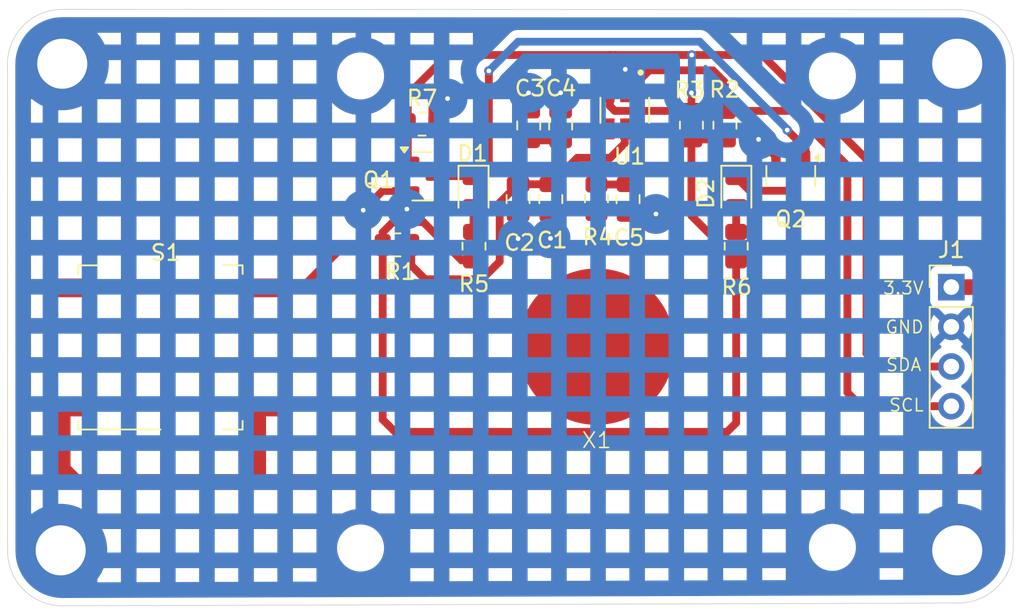
<source format=kicad_pcb>
(kicad_pcb (version 20241229) (generator "pcbnew") (generator_version "9.0")
  (layers (0 "F.Cu" signal) (2 "B.Cu" signal) (13 "F.Paste" user) (15 "B.Paste" user) (5 "F.SilkS" user "F.Silkscreen") (7 "B.SilkS" user "B.Silkscreen") (1 "F.Mask" user) (3 "B.Mask" user) (25 "Edge.Cuts" user))
  (net 0 "")
  (net 1 "Net-(U1-VDDHI)")
  (net 2 "GND")
  (net 3 "Net-(U1-VREG)")
  (net 4 "Net-(U1-CX)")
  (net 5 "Net-(D1-K)")
  (net 6 "Net-(D1-A)")
  (net 7 "Net-(D2-A)")
  (net 8 "Net-(D2-K)")
  (net 9 "+3.3V")
  (net 10 "/SCL")
  (net 11 "/SDA-EVENT")
  (net 12 "/VDDHI")
  (net 13 "Net-(R4-Pad2)")
  (footprint "Capacitor_SMD:C_0805_2012Metric" (layer "F.Cu") (at 162 97.72 -90)
    (property "Reference" "C1" (at 2.63 -0.09 180) (layer "F.SilkS"))
    (property "Value" "1u0_10V" (hide yes))
    (fp_line (start -0.261252 0.735) (end 0.261252 0.735) (stroke (width 0.12)) (layer "F.SilkS"))
    (fp_line (start -0.261252 -0.735) (end 0.261252 -0.735) (stroke (width 0.12)) (layer "F.SilkS"))
    (pad "1" smd roundrect (at -0.95 0 270) (size 1 1.45) (layers "F.Cu" "F.Mask" "F.Paste") (net 1 "Net-(U1-VDDHI)"))
    (pad "2" smd roundrect (at 0.95 0 270) (size 1 1.45) (layers "F.Cu" "F.Mask" "F.Paste") (net 2 "GND"))
  )
  (footprint "Resistor_SMD:R_0805_2012Metric" (layer "F.Cu") (at 153.77 92.92)
    (property "Reference" "R7" (at 0 -1.65 0) (layer "F.SilkS"))
    (property "Value" "1M0" (hide yes))
    (fp_line (start -0.227064 -0.735) (end 0.227064 -0.735) (stroke (width 0.12)) (layer "F.SilkS"))
    (fp_line (start -0.227064 0.735) (end 0.227064 0.735) (stroke (width 0.12)) (layer "F.SilkS"))
    (pad "1" smd roundrect (at -0.9125 0) (size 1.025 1.4) (layers "F.Cu" "F.Mask" "F.Paste") (roundrect_rratio 0.243902) (net 11 "/SDA-EVENT"))
    (pad "2" smd roundrect (at 0.9125 0) (size 1.025 1.4) (layers "F.Cu" "F.Mask" "F.Paste") (roundrect_rratio 0.243902) (net 2 "GND"))
  )
  (footprint "Connector_PinHeader_2.54mm:PinHeader_1x04_P2.54mm_Vertical" (layer "F.Cu") (at 187.6 103.35)
    (property "Reference" "J1" (at 0 -2.38 0) (layer "F.SilkS"))
    (property "Value" "Conn_01x04_Pin" (hide yes))
    (fp_line (start -1.38 -1.38) (end 0 -1.38) (stroke (width 0.12)) (layer "F.SilkS"))
    (fp_line (start -1.38 0) (end -1.38 -1.38) (stroke (width 0.12)) (layer "F.SilkS"))
    (fp_line (start -1.38 1.27) (end -1.38 9) (stroke (width 0.12)) (layer "F.SilkS"))
    (fp_line (start -1.38 1.27) (end 1.38 1.27) (stroke (width 0.12)) (layer "F.SilkS"))
    (fp_line (start -1.38 9) (end 1.38 9) (stroke (width 0.12)) (layer "F.SilkS"))
    (fp_line (start 1.38 1.27) (end 1.38 9) (stroke (width 0.12)) (layer "F.SilkS"))
    (pad "1" thru_hole rect (at 0 0) (size 1.7 1.7) (drill 1) (layers "*.Cu" "*.Mask") (net 9 "+3.3V"))
    (pad "2" thru_hole circle (at 0 2.54) (size 1.7 1.7) (drill 1) (layers "*.Cu" "*.Mask") (net 2 "GND"))
    (pad "3" thru_hole circle (at 0 5.08) (size 1.7 1.7) (drill 1) (layers "*.Cu" "*.Mask") (net 11 "/SDA-EVENT"))
    (pad "4" thru_hole circle (at 0 7.62) (size 1.7 1.7) (drill 1) (layers "*.Cu" "*.Mask") (net 10 "/SCL"))
  )
  (footprint "LED_SMD:LED_0805_2012Metric" (layer "F.Cu") (at 173.86 97.27 -90)
    (property "Reference" "D2" (at 0.0975 1.94 90) (layer "F.SilkS"))
    (property "Value" "0805_LED_RED" (hide yes))
    (fp_line (start -1.685 0.96) (end 1 0.96) (stroke (width 0.12)) (layer "F.SilkS"))
    (fp_line (start -1.685 -0.96) (end -1.685 0.96) (stroke (width 0.12)) (layer "F.SilkS"))
    (fp_line (start 1 -0.96) (end -1.685 -0.96) (stroke (width 0.12)) (layer "F.SilkS"))
    (pad "1" smd roundrect (at -0.9375 0 270) (size 0.975 1.4) (layers "F.Cu" "F.Mask" "F.Paste") (net 8 "Net-(D2-K)"))
    (pad "2" smd roundrect (at 0.9375 0 270) (size 0.975 1.4) (layers "F.Cu" "F.Mask" "F.Paste") (net 7 "Net-(D2-A)"))
  )
  (footprint "Package_TO_SOT_SMD:SOT-23" (layer "F.Cu") (at 177.34 96.2475 -90)
    (property "Reference" "Q2" (at 2.7525 0 180) (layer "F.SilkS"))
    (property "Value" "2N7002H" (hide yes))
    (fp_line (start 0 1.56) (end -0.65 1.56) (stroke (width 0.12)) (layer "F.SilkS"))
    (fp_line (start 0 1.56) (end 0.65 1.56) (stroke (width 0.12)) (layer "F.SilkS"))
    (fp_line (start 0 -1.56) (end -0.65 -1.56) (stroke (width 0.12)) (layer "F.SilkS"))
    (fp_line (start 0 -1.56) (end 0.65 -1.56) (stroke (width 0.12)) (layer "F.SilkS"))
    (fp_poly (pts (xy -1.1625 -1.51) (xy -1.4025 -1.84) (xy -0.9225 -1.84)) (stroke (width 0.12)) (fill yes) (layer "F.SilkS"))
    (pad "1" smd roundrect (at -0.9375 -0.95 270) (size 1.475 0.6) (layers "F.Cu" "F.Mask" "F.Paste") (net 5 "Net-(D1-K)"))
    (pad "2" smd roundrect (at -0.9375 0.95 270) (size 1.475 0.6) (layers "F.Cu" "F.Mask" "F.Paste") (net 2 "GND"))
    (pad "3" smd roundrect (at 0.9375 0 270) (size 1.475 0.6) (layers "F.Cu" "F.Mask" "F.Paste") (net 8 "Net-(D2-K)"))
  )
  (footprint "MountingHole:MountingHole_2.5mm" (layer "F.Cu") (at 180 120)
    (property "Reference" "H4" (hide yes))
    (property "Value" "M2.5" (hide yes))
    (pad "" np_thru_hole circle (at 0 0) (size 2.5 2.5) (drill 2.5) (layers "*.Cu" "*.Mask"))
  )
  (footprint "MountingHole:MountingHole_2.5mm" (layer "F.Cu") (at 180 89.84)
    (property "Reference" "H3" (hide yes))
    (property "Value" "M2.5" (hide yes))
    (pad "" np_thru_hole circle (at 0 0) (size 2.5 2.5) (drill 2.5) (layers "*.Cu" "*.Mask"))
  )
  (footprint "Resistor_SMD:R_0805_2012Metric" (layer "F.Cu") (at 173.13 92.99 90)
    (property "Reference" "R2" (at 2.28 -0.02 180) (layer "F.SilkS"))
    (property "Value" "3K3" (hide yes))
    (fp_line (start -0.227064 -0.735) (end 0.227064 -0.735) (stroke (width 0.12)) (layer "F.SilkS"))
    (fp_line (start -0.227064 0.735) (end 0.227064 0.735) (stroke (width 0.12)) (layer "F.SilkS"))
    (pad "1" smd roundrect (at -0.9125 0 90) (size 1.025 1.4) (layers "F.Cu" "F.Mask" "F.Paste") (roundrect_rratio 0.243902) (net 12 "/VDDHI"))
    (pad "2" smd roundrect (at 0.9125 0 90) (size 1.025 1.4) (layers "F.Cu" "F.Mask" "F.Paste") (roundrect_rratio 0.243902) (net 10 "/SCL"))
  )
  (footprint "Resistor_SMD:R_0805_2012Metric" (layer "F.Cu") (at 170.99 92.99 90)
    (property "Reference" "R3" (at 2.2375 -0.11 180) (layer "F.SilkS"))
    (property "Value" "3K3" (hide yes))
    (fp_line (start -0.227064 -0.735) (end 0.227064 -0.735) (stroke (width 0.12)) (layer "F.SilkS"))
    (fp_line (start -0.227064 0.735) (end 0.227064 0.735) (stroke (width 0.12)) (layer "F.SilkS"))
    (pad "1" smd roundrect (at -0.9125 0 90) (size 1.025 1.4) (layers "F.Cu" "F.Mask" "F.Paste") (roundrect_rratio 0.243902) (net 12 "/VDDHI"))
    (pad "2" smd roundrect (at 0.9125 0 90) (size 1.025 1.4) (layers "F.Cu" "F.Mask" "F.Paste") (roundrect_rratio 0.243902) (net 11 "/SDA-EVENT"))
  )
  (footprint "Button_Switch_SMD:SW_MEC_5GSH9" (layer "F.Cu") (at 137.05 107.21 90)
    (property "Reference" "S1" (at 6.06 0.34 180) (layer "F.SilkS"))
    (property "Value" "TL1100A" (hide yes))
    (fp_line (start 5.25 -5.25) (end 5.25 -4) (stroke (width 0.12)) (layer "F.SilkS"))
    (fp_line (start 4.7 -5.25) (end 5.25 -5.25) (stroke (width 0.12)) (layer "F.SilkS"))
    (fp_line (start -4.7 -5.25) (end -5.25 -5.25) (stroke (width 0.12)) (layer "F.SilkS"))
    (fp_line (start -5.25 -5.25) (end -5.25 0) (stroke (width 0.12)) (layer "F.SilkS"))
    (fp_line (start 5.25 5.25) (end 5.25 4) (stroke (width 0.12)) (layer "F.SilkS"))
    (fp_line (start 4.7 5.25) (end 5.25 5.25) (stroke (width 0.12)) (layer "F.SilkS"))
    (fp_line (start -4.7 5.25) (end -5.25 5.25) (stroke (width 0.12)) (layer "F.SilkS"))
    (fp_line (start -5.25 5.25) (end -5.25 4) (stroke (width 0.12)) (layer "F.SilkS"))
    (pad "1" smd rect (at -3.81 -6.25 180) (size 2.5 1.2) (layers "F.Cu" "F.Mask" "F.Paste") (net 9 "+3.3V"))
    (pad "2" smd rect (at -3.81 6.25 180) (size 2.5 1.2) (layers "F.Cu" "F.Mask" "F.Paste") (net 9 "+3.3V"))
    (pad "3" smd rect (at 3.81 -6.25 180) (size 2.5 1.2) (layers "F.Cu" "F.Mask" "F.Paste") (net 12 "/VDDHI"))
    (pad "4" smd rect (at 3.81 6.25 180) (size 2.5 1.2) (layers "F.Cu" "F.Mask" "F.Paste") (net 12 "/VDDHI"))
  )
  (footprint "IQS211B_Library:SOT95P280X100-6N" (layer "F.Cu") (at 166.7305 92.04 -90)
    (property "Reference" "U1" (at 2.95 -0.2995 180) (layer "F.SilkS"))
    (property "Value" "IQS211B" (hide yes))
    (fp_line (start -0.8 1.5585) (end 0.8 1.5585) (stroke (width 0.127)) (layer "F.SilkS"))
    (fp_line (start 0.8 -1.5585) (end -0.8 -1.5585) (stroke (width 0.127)) (layer "F.SilkS"))
    (fp_circle (center -2.416 -1.011) (end -2.316 -1.011) (stroke (width 0.2)) (fill no) (layer "F.SilkS"))
    (pad "1" smd rect (at -1.19 -0.95 270) (size 1.34 0.59) (layers "F.Cu" "F.Mask" "F.Paste") (net 10 "/SCL"))
    (pad "2" smd rect (at -1.19 0 270) (size 1.34 0.59) (layers "F.Cu" "F.Mask" "F.Paste") (net 2 "GND"))
    (pad "3" smd rect (at -1.19 0.95 270) (size 1.34 0.59) (layers "F.Cu" "F.Mask" "F.Paste") (net 11 "/SDA-EVENT"))
    (pad "4" smd rect (at 1.19 0.95 270) (size 1.34 0.59) (layers "F.Cu" "F.Mask" "F.Paste") (net 3 "Net-(U1-VREG)"))
    (pad "5" smd rect (at 1.19 0 270) (size 1.34 0.59) (layers "F.Cu" "F.Mask" "F.Paste") (net 1 "Net-(U1-VDDHI)"))
    (pad "6" smd rect (at 1.19 -0.95 270) (size 1.34 0.59) (layers "F.Cu" "F.Mask" "F.Paste") (net 4 "Net-(U1-CX)"))
  )
  (footprint "Capacitor_SMD:C_0805_2012Metric" (layer "F.Cu") (at 166.94 97.72 -90)
    (property "Reference" "C5" (at 2.47 -0.05 180) (layer "F.SilkS"))
    (property "Value" "10p_25V" (hide yes))
    (fp_line (start -0.261252 0.735) (end 0.261252 0.735) (stroke (width 0.12)) (layer "F.SilkS"))
    (fp_line (start -0.261252 -0.735) (end 0.261252 -0.735) (stroke (width 0.12)) (layer "F.SilkS"))
    (pad "1" smd roundrect (at -0.95 0 270) (size 1 1.45) (layers "F.Cu" "F.Mask" "F.Paste") (net 4 "Net-(U1-CX)"))
    (pad "2" smd roundrect (at 0.95 0 270) (size 1 1.45) (layers "F.Cu" "F.Mask" "F.Paste") (net 2 "GND"))
  )
  (footprint "LED_SMD:LED_0805_2012Metric" (layer "F.Cu") (at 157.06 97.27 -90)
    (property "Reference" "D1" (at -2.47 0.06 180) (layer "F.SilkS"))
    (property "Value" "0805_LED_GREEN" (hide yes))
    (fp_line (start -1.685 0.96) (end 1 0.96) (stroke (width 0.12)) (layer "F.SilkS"))
    (fp_line (start -1.685 -0.96) (end -1.685 0.96) (stroke (width 0.12)) (layer "F.SilkS"))
    (fp_line (start 1 -0.96) (end -1.685 -0.96) (stroke (width 0.12)) (layer "F.SilkS"))
    (pad "1" smd roundrect (at -0.9375 0 270) (size 0.975 1.4) (layers "F.Cu" "F.Mask" "F.Paste") (net 5 "Net-(D1-K)"))
    (pad "2" smd roundrect (at 0.9375 0 270) (size 0.975 1.4) (layers "F.Cu" "F.Mask" "F.Paste") (net 6 "Net-(D1-A)"))
  )
  (footprint "Resistor_SMD:R_0805_2012Metric" (layer "F.Cu") (at 164.92 97.7 -90)
    (property "Reference" "R4" (at 2.45 -0.08 180) (layer "F.SilkS"))
    (property "Value" "470R" (hide yes))
    (fp_line (start -0.227064 0.735) (end 0.227064 0.735) (stroke (width 0.12)) (layer "F.SilkS"))
    (fp_line (start -0.227064 -0.735) (end 0.227064 -0.735) (stroke (width 0.12)) (layer "F.SilkS"))
    (pad "1" smd roundrect (at -0.9125 0 270) (size 1.025 1.4) (layers "F.Cu" "F.Mask" "F.Paste") (roundrect_rratio 0.243902) (net 4 "Net-(U1-CX)"))
    (pad "2" smd roundrect (at 0.9125 0 270) (size 1.025 1.4) (layers "F.Cu" "F.Mask" "F.Paste") (roundrect_rratio 0.243902) (net 13 "Net-(R4-Pad2)"))
  )
  (footprint "MountingHole:MountingHole_2.5mm" (layer "F.Cu") (at 149.84 120.04)
    (property "Reference" "H2" (hide yes))
    (property "Value" "M2.5" (hide yes))
    (pad "" np_thru_hole circle (at 0 0) (size 2.5 2.5) (drill 2.5) (layers "*.Cu" "*.Mask"))
  )
  (footprint "Capacitor_SMD:C_0805_2012Metric" (layer "F.Cu") (at 159.91 97.72 -90)
    (property "Reference" "C2" (at 2.79 -0.09 180) (layer "F.SilkS"))
    (property "Value" "100p_50V_OOG" (hide yes))
    (fp_line (start -0.261252 0.735) (end 0.261252 0.735) (stroke (width 0.12)) (layer "F.SilkS"))
    (fp_line (start -0.261252 -0.735) (end 0.261252 -0.735) (stroke (width 0.12)) (layer "F.SilkS"))
    (pad "1" smd roundrect (at -0.95 0 270) (size 1 1.45) (layers "F.Cu" "F.Mask" "F.Paste") (net 1 "Net-(U1-VDDHI)"))
    (pad "2" smd roundrect (at 0.95 0 270) (size 1 1.45) (layers "F.Cu" "F.Mask" "F.Paste") (net 2 "GND"))
  )
  (footprint "Capacitor_SMD:C_0805_2012Metric" (layer "F.Cu") (at 160.59 93.01 90)
    (property "Reference" "C3" (at 2.38 0.08 180) (layer "F.SilkS"))
    (property "Value" "1u0_10V" (hide yes))
    (fp_line (start -0.261252 -0.735) (end 0.261252 -0.735) (stroke (width 0.12)) (layer "F.SilkS"))
    (fp_line (start -0.261252 0.735) (end 0.261252 0.735) (stroke (width 0.12)) (layer "F.SilkS"))
    (pad "1" smd roundrect (at -0.95 0 90) (size 1 1.45) (layers "F.Cu" "F.Mask" "F.Paste") (net 3 "Net-(U1-VREG)"))
    (pad "2" smd roundrect (at 0.95 0 90) (size 1 1.45) (layers "F.Cu" "F.Mask" "F.Paste") (net 2 "GND"))
  )
  (footprint "MountingHole:MountingHole_3.2mm_M3_ISO7380_Pad" (layer "F.Cu") (at 187.98 89.06)
    (property "Reference" "H7" (hide yes))
    (property "Value" "M3.2Pad" (hide yes))
    (pad "1" thru_hole circle (at 0 0) (size 5.7 5.7) (drill 3.2) (layers "*.Cu" "*.Mask") (net 2 "GND"))
  )
  (footprint "Resistor_SMD:R_0805_2012Metric" (layer "F.Cu") (at 157.09 100.73 90)
    (property "Reference" "R5" (at -2.42 0 180) (layer "F.SilkS"))
    (property "Value" "1k" (hide yes))
    (fp_line (start -0.227064 -0.735) (end 0.227064 -0.735) (stroke (width 0.12)) (layer "F.SilkS"))
    (fp_line (start -0.227064 0.735) (end 0.227064 0.735) (stroke (width 0.12)) (layer "F.SilkS"))
    (pad "1" smd roundrect (at -0.9125 0 90) (size 1.025 1.4) (layers "F.Cu" "F.Mask" "F.Paste") (roundrect_rratio 0.243902) (net 12 "/VDDHI"))
    (pad "2" smd roundrect (at 0.9125 0 90) (size 1.025 1.4) (layers "F.Cu" "F.Mask" "F.Paste") (roundrect_rratio 0.243902) (net 6 "Net-(D1-A)"))
  )
  (footprint "Resistor_SMD:R_0805_2012Metric" (layer "F.Cu") (at 152.1675 100.65)
    (property "Reference" "R1" (at 0.2225 1.72 0) (layer "F.SilkS"))
    (property "Value" "47R" (hide yes))
    (fp_line (start -0.227064 -0.735) (end 0.227064 -0.735) (stroke (width 0.12)) (layer "F.SilkS"))
    (fp_line (start -0.227064 0.735) (end 0.227064 0.735) (stroke (width 0.12)) (layer "F.SilkS"))
    (pad "1" smd roundrect (at -0.9125 0) (size 1.025 1.4) (layers "F.Cu" "F.Mask" "F.Paste") (roundrect_rratio 0.243902) (net 12 "/VDDHI"))
    (pad "2" smd roundrect (at 0.9125 0) (size 1.025 1.4) (layers "F.Cu" "F.Mask" "F.Paste") (roundrect_rratio 0.243902) (net 1 "Net-(U1-VDDHI)"))
  )
  (footprint "Package_TO_SOT_SMD:SOT-23" (layer "F.Cu") (at 153.8 96.25)
    (property "Reference" "Q1" (at -2.8025 0.25 0) (layer "F.SilkS"))
    (property "Value" "2N7002E" (hide yes))
    (fp_line (start 0 -1.56) (end -0.65 -1.56) (stroke (width 0.12)) (layer "F.SilkS"))
    (fp_line (start 0 -1.56) (end 0.65 -1.56) (stroke (width 0.12)) (layer "F.SilkS"))
    (fp_line (start 0 1.56) (end -0.65 1.56) (stroke (width 0.12)) (layer "F.SilkS"))
    (fp_line (start 0 1.56) (end 0.65 1.56) (stroke (width 0.12)) (layer "F.SilkS"))
    (fp_poly (pts (xy -1.1625 -1.51) (xy -1.4025 -1.84) (xy -0.9225 -1.84)) (stroke (width 0.12)) (fill yes) (layer "F.SilkS"))
    (pad "1" smd roundrect (at -0.9375 -0.95) (size 1.475 0.6) (layers "F.Cu" "F.Mask" "F.Paste") (net 11 "/SDA-EVENT"))
    (pad "2" smd roundrect (at -0.9375 0.95) (size 1.475 0.6) (layers "F.Cu" "F.Mask" "F.Paste") (net 2 "GND"))
    (pad "3" smd roundrect (at 0.9375 0) (size 1.475 0.6) (layers "F.Cu" "F.Mask" "F.Paste") (net 5 "Net-(D1-K)"))
  )
  (footprint "MountingHole:MountingHole_2.5mm" (layer "F.Cu") (at 149.84 89.84)
    (property "Reference" "H1" (hide yes))
    (property "Value" "M2.5" (hide yes))
    (pad "" np_thru_hole circle (at 0 0) (size 2.5 2.5) (drill 2.5) (layers "*.Cu" "*.Mask"))
  )
  (footprint "Capacitor_SMD:C_0805_2012Metric" (layer "F.Cu") (at 162.63 93.01 90)
    (property "Reference" "C4" (at 2.38 0.03 180) (layer "F.SilkS"))
    (property "Value" "100p_50V_OOG" (hide yes))
    (fp_line (start -0.261252 -0.735) (end 0.261252 -0.735) (stroke (width 0.12)) (layer "F.SilkS"))
    (fp_line (start -0.261252 0.735) (end 0.261252 0.735) (stroke (width 0.12)) (layer "F.SilkS"))
    (pad "1" smd roundrect (at -0.95 0 90) (size 1 1.45) (layers "F.Cu" "F.Mask" "F.Paste") (net 3 "Net-(U1-VREG)"))
    (pad "2" smd roundrect (at 0.95 0 90) (size 1 1.45) (layers "F.Cu" "F.Mask" "F.Paste") (net 2 "GND"))
  )
  (footprint "MountingHole:MountingHole_3.2mm_M3_ISO7380_Pad" (layer "F.Cu") (at 187.98 120.19)
    (property "Reference" "H8" (hide yes))
    (property "Value" "M3.2Pad" (hide yes))
    (pad "1" thru_hole circle (at 0 0) (size 5.7 5.7) (drill 3.2) (layers "*.Cu" "*.Mask") (net 2 "GND"))
  )
  (footprint "MountingHole:MountingHole_3.2mm_M3_ISO7380_Pad" (layer "F.Cu") (at 130.77 89.06)
    (property "Reference" "H5" (hide yes))
    (property "Value" "M3.2Pad" (hide yes))
    (pad "1" thru_hole circle (at 0 0) (size 5.7 5.7) (drill 3.2) (layers "*.Cu" "*.Mask") (net 2 "GND"))
  )
  (footprint "Touch_Finger_Library:Touch_Finger_Circle_10mm" (layer "F.Cu") (at 164.92 107.16)
    (property "Reference" "X1" (at 0.01 5.99 0) (layer "F.SilkS") (effects (font (thickness 0.1))))
    (property "Value" "Touch_Finger")
    (pad "1" smd circle (at 0 0) (size 10 10) (layers "F.Cu" "F.Mask" "F.Paste") (net 13 "Net-(R4-Pad2)"))
  )
  (footprint "MountingHole:MountingHole_3.2mm_M3_ISO7380_Pad" (layer "F.Cu") (at 130.67 120.19)
    (property "Reference" "H6" (hide yes))
    (property "Value" "M3.2Pad" (hide yes))
    (pad "1" thru_hole circle (at 0 0) (size 5.7 5.7) (drill 3.2) (layers "*.Cu" "*.Mask") (net 2 "GND"))
  )
  (footprint "Resistor_SMD:R_0805_2012Metric" (layer "F.Cu") (at 173.85 100.73 90)
    (property "Reference" "R6" (at -2.62 0.03 180) (layer "F.SilkS"))
    (property "Value" "1k" (hide yes))
    (fp_line (start -0.227064 -0.735) (end 0.227064 -0.735) (stroke (width 0.12)) (layer "F.SilkS"))
    (fp_line (start -0.227064 0.735) (end 0.227064 0.735) (stroke (width 0.12)) (layer "F.SilkS"))
    (pad "1" smd roundrect (at -0.9125 0 90) (size 1.025 1.4) (layers "F.Cu" "F.Mask" "F.Paste") (roundrect_rratio 0.243902) (net 12 "/VDDHI"))
    (pad "2" smd roundrect (at 0.9125 0 90) (size 1.025 1.4) (layers "F.Cu" "F.Mask" "F.Paste") (roundrect_rratio 0.243902) (net 7 "Net-(D2-A)"))
  )
  (gr_arc (start 188.08 85.6) (mid 190.561945 86.628055) (end 191.59 89.11) (stroke (width 0.05)) (layer "Edge.Cuts"))
  (gr_arc (start 130.78 123.74) (mid 128.305126 122.714874) (end 127.28 120.24) (stroke (width 0.05)) (layer "Edge.Cuts"))
  (gr_line (start 127.28 120.24) (end 127.27 89.08) (stroke (width 0.05)) (layer "Edge.Cuts"))
  (gr_line (start 188.06 123.56) (end 130.78 123.74) (stroke (width 0.05)) (layer "Edge.Cuts"))
  (gr_arc (start 127.27 89.08) (mid 128.295126 86.605126) (end 130.77 85.58) (stroke (width 0.05)) (layer "Edge.Cuts"))
  (gr_line (start 191.59 89.11) (end 191.56 120.06) (stroke (width 0.05)) (layer "Edge.Cuts"))
  (gr_arc (start 191.56 120.06) (mid 190.534874 122.534874) (end 188.06 123.56) (stroke (width 0.05)) (layer "Edge.Cuts"))
  (gr_line (start 130.77 85.58) (end 188.08 85.6) (stroke (width 0.05)) (layer "Edge.Cuts"))
  (gr_text "3.3V" (at 183.177619 103.88 0) (layer "F.SilkS") (effects (font (size 0.8 0.8) (thickness 0.1)) (justify left bottom)))
  (gr_text "SDA" (at 183.37 108.79 0) (layer "F.SilkS") (effects (font (size 0.8 0.8) (thickness 0.1)) (justify left bottom)))
  (gr_text "GND\n" (at 183.33 106.37 0) (layer "F.SilkS") (effects (font (size 0.8 0.8) (thickness 0.1)) (justify left bottom)))
  (gr_text "SCL" (at 183.56 111.37 0) (layer "F.SilkS") (effects (font (size 0.8 0.8) (thickness 0.1)) (justify left bottom)))
  (segment (start 159.91 96.77) (end 158.734 97.946) (width 0.5) (layer "F.Cu") (net 1))
  (segment (start 158.734 101.709292) (end 157.593292 102.85) (width 0.5) (layer "F.Cu") (net 1))
  (segment (start 158.734 97.946) (end 158.734 101.709292) (width 0.5) (layer "F.Cu") (net 1))
  (segment (start 162 96.77) (end 159.91 96.77) (width 0.5) (layer "F.Cu") (net 1))
  (segment (start 166.7305 93.23) (end 166.7305 94.147) (width 0.5) (layer "F.Cu") (net 1))
  (segment (start 165.7975 95.08) (end 163.69 95.08) (width 0.5) (layer "F.Cu") (net 1))
  (segment (start 153.97 102.85) (end 153.08 101.96) (width 0.5) (layer "F.Cu") (net 1))
  (segment (start 153.08 101.96) (end 153.08 100.65) (width 0.5) (layer "F.Cu") (net 1))
  (segment (start 157.593292 102.85) (end 153.97 102.85) (width 0.5) (layer "F.Cu") (net 1))
  (segment (start 166.7305 94.147) (end 165.7975 95.08) (width 0.5) (layer "F.Cu") (net 1))
  (segment (start 163.69 95.08) (end 162 96.77) (width 0.5) (layer "F.Cu") (net 1))
  (segment (start 160.59 90.93) (end 160.58 90.92) (width 0.5) (layer "F.Cu") (net 2))
  (segment (start 154.6825 91.9275) (end 155.35 91.26) (width 1) (layer "F.Cu") (net 2))
  (segment (start 166.7305 89.4495) (end 166.76 89.42) (width 0.5) (layer "F.Cu") (net 2))
  (segment (start 154.6825 92.92) (end 154.6825 91.9275) (width 1) (layer "F.Cu") (net 2))
  (segment (start 176.39 95.01) (end 176.39 95.31) (width 0.5) (layer "F.Cu") (net 2))
  (segment (start 162 100.21) (end 161.98 100.23) (width 1) (layer "F.Cu") (net 2))
  (segment (start 159.91 98.66) (end 159.91 100.25) (width 1) (layer "F.Cu") (net 2))
  (segment (start 151.24 97.2) (end 150.01 98.43) (width 0.5) (layer "F.Cu") (net 2))
  (segment (start 155.37 91.26) (end 155.4 91.29) (width 1) (layer "F.Cu") (net 2))
  (segment (start 152.8625 97.2) (end 151.24 97.2) (width 0.5) (layer "F.Cu") (net 2))
  (segment (start 162 98.63) (end 162 100.21) (width 1) (layer "F.Cu") (net 2))
  (segment (start 152.8625 97.2175) (end 152.8 97.28) (width 0.5) (layer "F.Cu") (net 2))
  (segment (start 166.7305 90.85) (end 166.7305 89.4495) (width 0.5) (layer "F.Cu") (net 2))
  (segment (start 162.63 92.06) (end 162.63 90.92) (width 0.5) (layer "F.Cu") (net 2))
  (segment (start 175.28 93.9) (end 176.39 95.01) (width 0.5) (layer "F.Cu") (net 2))
  (segment (start 155.35 91.26) (end 155.37 91.26) (width 1) (layer "F.Cu") (net 2))
  (segment (start 152.8 97.28) (end 152.8 98.36) (width 0.5) (layer "F.Cu") (net 2))
  (segment (start 152.8625 97.2) (end 152.8625 97.2175) (width 0.5) (layer "F.Cu") (net 2))
  (segment (start 166.94 98.67) (end 168.72 98.67) (width 1) (layer "F.Cu") (net 2))
  (segment (start 160.59 92.06) (end 160.59 90.93) (width 0.5) (layer "F.Cu") (net 2))
  (via (at 175.28 93.9) (size 0.6) (drill 0.3) (layers "F.Cu" "B.Cu") (net 2))
  (via (at 155.4 91.29) (size 0.6) (drill 0.3) (layers "F.Cu" "B.Cu") (net 2))
  (via (at 160.58 90.92) (size 0.6) (drill 0.3) (layers "F.Cu" "B.Cu") (net 2))
  (via (at 161.98 100.23) (size 0.6) (drill 0.3) (layers "F.Cu" "B.Cu") (net 2))
  (via (at 150.01 98.43) (size 0.6) (drill 0.3) (layers "F.Cu" "B.Cu") (net 2))
  (via (at 162.63 90.92) (size 0.6) (drill 0.3) (layers "F.Cu" "B.Cu") (net 2))
  (via (at 152.8 98.36) (size 0.6) (drill 0.3) (layers "F.Cu" "B.Cu") (net 2))
  (via (at 168.72 98.67) (size 0.6) (drill 0.3) (layers "F.Cu" "B.Cu") (net 2))
  (via (at 159.91 100.25) (size 0.6) (drill 0.3) (layers "F.Cu" "B.Cu") (net 2))
  (via (at 166.76 89.42) (size 0.6) (drill 0.3) (layers "F.Cu" "B.Cu") (net 2))
  (segment (start 162.63 93.96) (end 160.59 93.96) (width 0.5) (layer "F.Cu") (net 3))
  (segment (start 165.7805 93.23) (end 163.36 93.23) (width 0.5) (layer "F.Cu") (net 3))
  (segment (start 163.36 93.23) (end 162.63 93.96) (width 0.5) (layer "F.Cu") (net 3))
  (segment (start 166.9225 96.7875) (end 166.94 96.77) (width 0.5) (layer "F.Cu") (net 4))
  (segment (start 167.6805 93.23) (end 167.6805 96.0295) (width 0.5) (layer "F.Cu") (net 4))
  (segment (start 164.92 96.7875) (end 166.9225 96.7875) (width 0.5) (layer "F.Cu") (net 4))
  (segment (start 167.6805 96.0295) (end 166.94 96.77) (width 0.5) (layer "F.Cu") (net 4))
  (segment (start 178.29 95.31) (end 178.29 94.48) (width 0.5) (layer "F.Cu") (net 5))
  (segment (start 156.9775 96.25) (end 157.06 96.3325) (width 0.5) (layer "F.Cu") (net 5))
  (segment (start 154.7375 96.25) (end 156.9775 96.25) (width 0.5) (layer "F.Cu") (net 5))
  (segment (start 178.29 94.48) (end 177.11 93.3) (width 0.5) (layer "F.Cu") (net 5))
  (segment (start 158.04 95.3525) (end 157.06 96.3325) (width 0.5) (layer "F.Cu") (net 5))
  (segment (start 158.04 89.52) (end 158.04 95.3525) (width 0.5) (layer "F.Cu") (net 5))
  (via (at 177.11 93.3) (size 0.6) (drill 0.3) (layers "F.Cu" "B.Cu") (net 5))
  (via (at 158.04 89.52) (size 0.6) (drill 0.3) (layers "F.Cu" "B.Cu") (net 5))
  (segment (start 158.04 89.52) (end 159.91 87.65) (width 0.5) (layer "B.Cu") (net 5))
  (segment (start 171.52 87.65) (end 177.11 93.24) (width 0.5) (layer "B.Cu") (net 5))
  (segment (start 159.91 87.65) (end 171.52 87.65) (width 0.5) (layer "B.Cu") (net 5))
  (segment (start 177.11 93.24) (end 177.11 93.3) (width 0.5) (layer "B.Cu") (net 5))
  (segment (start 157.06 98.2075) (end 157.06 99.7875) (width 0.5) (layer "F.Cu") (net 6))
  (segment (start 157.06 99.7875) (end 157.09 99.8175) (width 0.5) (layer "F.Cu") (net 6))
  (segment (start 173.85 98.2175) (end 173.86 98.2075) (width 0.5) (layer "F.Cu") (net 7))
  (segment (start 173.85 99.8175) (end 173.85 98.2175) (width 0.5) (layer "F.Cu") (net 7))
  (segment (start 173.86 96.3325) (end 174.7125 97.185) (width 0.5) (layer "F.Cu") (net 8))
  (segment (start 174.7125 97.185) (end 177.34 97.185) (width 0.5) (layer "F.Cu") (net 8))
  (segment (start 143.3 115.68) (end 143.17 115.81) (width 1) (layer "F.Cu") (net 9))
  (segment (start 187.6 103.35) (end 189.64 103.35) (width 1) (layer "F.Cu") (net 9))
  (segment (start 130.8 114.99) (end 130.8 111.02) (width 1) (layer "F.Cu") (net 9))
  (segment (start 143.17 115.81) (end 131.62 115.81) (width 1) (layer "F.Cu") (net 9))
  (segment (start 190.270002 103.980002) (end 190.270002 114.739998) (width 1) (layer "F.Cu") (net 9))
  (segment (start 189.64 103.35) (end 190.270002 103.980002) (width 1) (layer "F.Cu") (net 9))
  (segment (start 131.62 115.81) (end 130.8 114.99) (width 1) (layer "F.Cu") (net 9))
  (segment (start 190.270002 114.739998) (end 189.2 115.81) (width 1) (layer "F.Cu") (net 9))
  (segment (start 189.2 115.81) (end 143.17 115.81) (width 1) (layer "F.Cu") (net 9))
  (segment (start 143.3 111.02) (end 143.3 115.68) (width 1) (layer "F.Cu") (net 9))
  (segment (start 187.6 110.97) (end 181.84 110.97) (width 0.5) (layer "F.Cu") (net 10))
  (segment (start 167.6805 90.0995) (end 167.6805 90.85) (width 0.5) (layer "F.Cu") (net 10))
  (segment (start 173.13 90.25) (end 172.36 89.48) (width 0.5) (layer "F.Cu") (net 10))
  (segment (start 180.96 95.58) (end 177.4575 92.0775) (width 0.5) (layer "F.Cu") (net 10))
  (segment (start 168.3 89.48) (end 167.6805 90.0995) (width 0.5) (layer "F.Cu") (net 10))
  (segment (start 172.36 89.48) (end 168.3 89.48) (width 0.5) (layer "F.Cu") (net 10))
  (segment (start 177.4575 92.0775) (end 173.13 92.0775) (width 0.5) (layer "F.Cu") (net 10))
  (segment (start 173.13 92.0775) (end 173.13 90.25) (width 0.5) (layer "F.Cu") (net 10))
  (segment (start 181.84 110.97) (end 180.96 110.09) (width 0.5) (layer "F.Cu") (net 10))
  (segment (start 180.96 110.09) (end 180.96 95.58) (width 0.5) (layer "F.Cu") (net 10))
  (segment (start 155.41 88.5) (end 165.77 88.5) (width 0.5) (layer "F.Cu") (net 11))
  (segment (start 152.8575 91.0525) (end 155.41 88.5) (width 0.5) (layer "F.Cu") (net 11))
  (segment (start 182.183144 95.166856) (end 175.516288 88.5) (width 0.5) (layer "F.Cu") (net 11))
  (segment (start 165.7805 91.767) (end 166.091 92.0775) (width 0.5) (layer "F.Cu") (net 11))
  (segment (start 175.516288 88.5) (end 171.01 88.5) (width 0.5) (layer "F.Cu") (net 11))
  (segment (start 170.99 92.0775) (end 170.99 90.92) (width 0.5) (layer "F.Cu") (net 11))
  (segment (start 165.7805 90.85) (end 165.7805 91.767) (width 0.5) (layer "F.Cu") (net 11))
  (segment (start 152.8575 92.92) (end 152.8575 95.295) (width 0.5) (layer "F.Cu") (net 11))
  (segment (start 165.7805 90.85) (end 165.7805 88.5105) (width 0.5) (layer "F.Cu") (net 11))
  (segment (start 183.02 108.43) (end 182.183144 107.593144) (width 0.5) (layer "F.Cu") (net 11))
  (segment (start 152.8575 92.92) (end 152.8575 91.0525) (width 0.5) (layer "F.Cu") (net 11))
  (segment (start 182.183144 107.593144) (end 182.183144 95.166856) (width 0.5) (layer "F.Cu") (net 11))
  (segment (start 171.01 88.5) (end 166.12 88.5) (width 0.5) (layer "F.Cu") (net 11))
  (segment (start 187.6 108.43) (end 183.02 108.43) (width 0.5) (layer "F.Cu") (net 11))
  (segment (start 165.7805 88.5105) (end 165.77 88.5) (width 0.5) (layer "F.Cu") (net 11))
  (segment (start 165.77 88.5) (end 166.12 88.5) (width 0.5) (layer "F.Cu") (net 11))
  (segment (start 166.091 92.0775) (end 170.99 92.0775) (width 0.5) (layer "F.Cu") (net 11))
  (segment (start 152.8575 95.295) (end 152.8625 95.3) (width 0.5) (layer "F.Cu") (net 11))
  (via (at 171.01 88.5) (size 0.6) (drill 0.3) (layers "F.Cu" "B.Cu") (net 11))
  (via (at 170.99 90.92) (size 0.6) (drill 0.3) (layers "F.Cu" "B.Cu") (net 11))
  (segment (start 171.01 90.9) (end 170.99 90.92) (width 0.5) (layer "B.Cu") (net 11))
  (segment (start 171.01 88.5) (end 171.01 90.9) (width 0.5) (layer "B.Cu") (net 11))
  (segment (start 173.85 101.6425) (end 173.85 112.03) (width 0.5) (layer "F.Cu") (net 12))
  (segment (start 173.85 112.03) (end 173.269 112.611) (width 0.5) (layer "F.Cu") (net 12))
  (segment (start 156.3025 101.6425) (end 153.85 99.19) (width 0.5) (layer "F.Cu") (net 12))
  (segment (start 173.269 112.611) (end 152.041 112.611) (width 0.5) (layer "F.Cu") (net 12))
  (segment (start 170.99 93.9025) (end 173.13 93.9025) (width 0.5) (layer "F.Cu") (net 12))
  (segment (start 148.82 100.65) (end 151.255 100.65) (width 0.5) (layer "F.Cu") (net 12))
  (segment (start 130.8 103.4) (end 143.3 103.4) (width 0.5) (layer "F.Cu") (net 12))
  (segment (start 143.3 103.4) (end 146.07 103.4) (width 0.5) (layer "F.Cu") (net 12))
  (segment (start 151.91 99.19) (end 151.255 99.845) (width 0.5) (layer "F.Cu") (net 12))
  (segment (start 173.85 101.6425) (end 170.99 98.7825) (width 0.5) (layer "F.Cu") (net 12))
  (segment (start 151.255 111.825) (end 151.255 100.65) (width 0.5) (layer "F.Cu") (net 12))
  (segment (start 153.85 99.19) (end 151.91 99.19) (width 0.5) (layer "F.Cu") (net 12))
  (segment (start 170.99 98.7825) (end 170.99 93.9025) (width 0.5) (layer "F.Cu") (net 12))
  (segment (start 151.255 99.845) (end 151.255 100.65) (width 0.5) (layer "F.Cu") (net 12))
  (segment (start 146.07 103.4) (end 148.82 100.65) (width 0.5) (layer "F.Cu") (net 12))
  (segment (start 152.041 112.611) (end 151.255 111.825) (width 0.5) (layer "F.Cu") (net 12))
  (segment (start 157.09 101.6425) (end 156.3025 101.6425) (width 0.5) (layer "F.Cu") (net 12))
  (segment (start 164.92 98.6125) (end 164.92 107.16) (width 0.5) (layer "F.Cu") (net 13))
  (zone (net 2) (net_name "GND") (layer "B.Cu") (connect_pads (clearance 0.5)) (min_thickness 0.25) (fill yes (mode hatch) (thermal_gap 0.5) (thermal_bridge_width 0.5) (hatch_thickness 1) (hatch_gap 1.5) (hatch_orientation 0) (hatch_border_algorithm hatch_thickness) (hatch_min_hole_area 0.3))
    (polygon (pts (xy 145.321879 84.982253) (xy 192.261985 85.231934) (xy 192.014361 123.872393) (xy 126.792069 123.851855) (xy 127.11 85.11)))
  )
)
</source>
